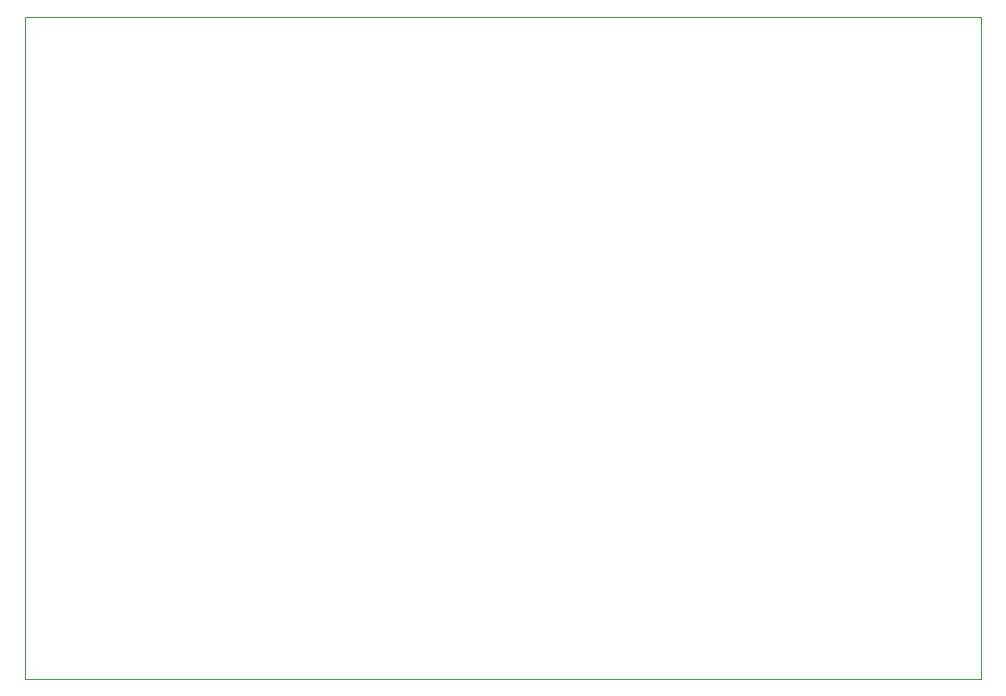
<source format=gm1>
G04 #@! TF.GenerationSoftware,KiCad,Pcbnew,7.0.1*
G04 #@! TF.CreationDate,2023-12-04T13:47:49-08:00*
G04 #@! TF.ProjectId,GReX_Power,47526558-5f50-46f7-9765-722e6b696361,2*
G04 #@! TF.SameCoordinates,Original*
G04 #@! TF.FileFunction,Profile,NP*
%FSLAX46Y46*%
G04 Gerber Fmt 4.6, Leading zero omitted, Abs format (unit mm)*
G04 Created by KiCad (PCBNEW 7.0.1) date 2023-12-04 13:47:49*
%MOMM*%
%LPD*%
G01*
G04 APERTURE LIST*
G04 #@! TA.AperFunction,Profile*
%ADD10C,0.100000*%
G04 #@! TD*
G04 APERTURE END LIST*
D10*
X127100000Y-70750000D02*
X208100000Y-70750000D01*
X208100000Y-126750000D01*
X127100000Y-126750000D01*
X127100000Y-70750000D01*
M02*

</source>
